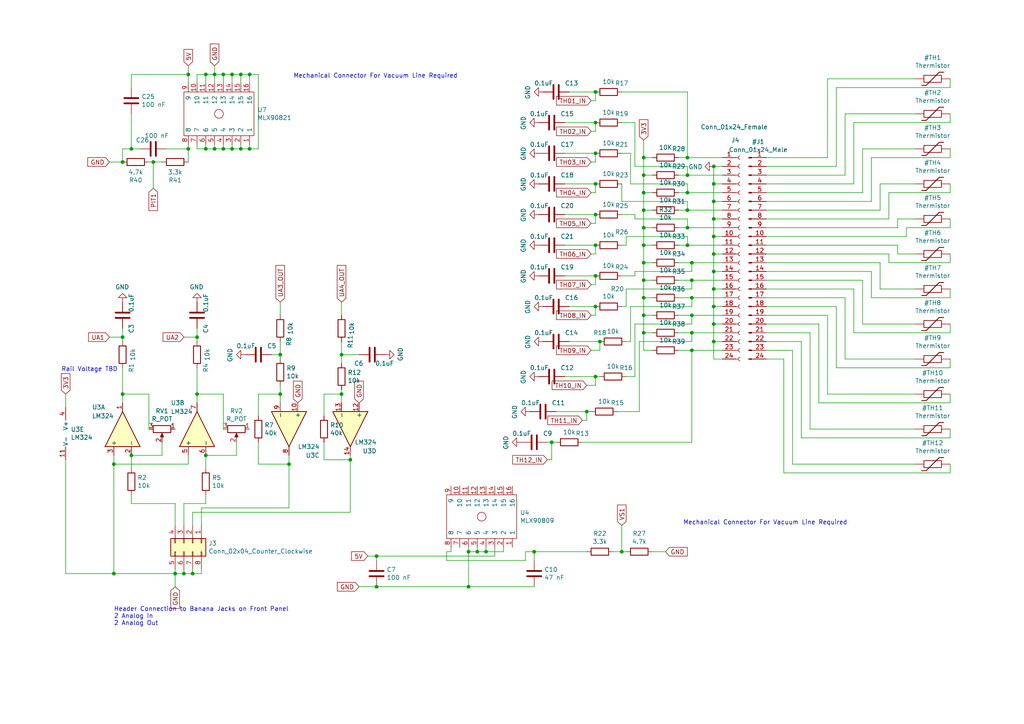
<source format=kicad_sch>
(kicad_sch (version 20211123) (generator eeschema)
  (paper "A4")
  (junction (at 83.82 134.62))
  (junction (at 207.01 73.66))
  (junction (at 200.66 101.6))
  (junction (at 186.69 60.96))
  (junction (at 199.39 60.96))
  (junction (at 69.85 43.18))
  (junction (at 33.02 166.37))
  (junction (at 59.69 21.59))
  (junction (at 199.39 55.88))
  (junction (at 64.77 43.18))
  (junction (at 207.01 93.98))
  (junction (at 207.01 99.06))
  (junction (at 62.23 21.59))
  (junction (at 35.56 114.3))
  (junction (at 57.15 97.79))
  (junction (at 186.69 45.72))
  (junction (at 53.34 166.37))
  (junction (at 186.69 86.36))
  (junction (at 154.94 160.02))
  (junction (at 186.69 91.44))
  (junction (at 38.1 132.08))
  (junction (at 186.69 55.88))
  (junction (at 35.56 46.99))
  (junction (at 44.45 46.99))
  (junction (at 173.99 99.06))
  (junction (at 69.85 21.59))
  (junction (at 59.69 132.08))
  (junction (at 207.01 88.9))
  (junction (at 200.66 91.44))
  (junction (at 172.72 26.67))
  (junction (at 180.34 160.02))
  (junction (at 59.69 43.18))
  (junction (at 186.69 50.8))
  (junction (at 72.39 43.18))
  (junction (at 186.69 81.28))
  (junction (at 207.01 58.42))
  (junction (at 207.01 78.74))
  (junction (at 67.31 43.18))
  (junction (at 160.02 128.27))
  (junction (at 81.28 114.3))
  (junction (at 186.69 71.12))
  (junction (at 207.01 48.26))
  (junction (at 172.72 71.12))
  (junction (at 200.66 86.36))
  (junction (at 172.72 62.23))
  (junction (at 140.97 160.02))
  (junction (at 99.06 102.87))
  (junction (at 186.69 66.04))
  (junction (at 101.6 133.35))
  (junction (at 207.01 63.5))
  (junction (at 109.22 161.29))
  (junction (at 33.02 134.62))
  (junction (at 35.56 97.79))
  (junction (at 109.22 170.18))
  (junction (at 64.77 21.59))
  (junction (at 186.69 96.52))
  (junction (at 199.39 71.12))
  (junction (at 81.28 102.87))
  (junction (at 200.66 76.2))
  (junction (at 186.69 76.2))
  (junction (at 172.72 80.01))
  (junction (at 172.72 44.45))
  (junction (at 207.01 83.82))
  (junction (at 55.88 166.37))
  (junction (at 200.66 96.52))
  (junction (at 138.43 160.02))
  (junction (at 57.15 114.3))
  (junction (at 67.31 21.59))
  (junction (at 50.8 166.37))
  (junction (at 172.72 35.56))
  (junction (at 172.72 109.22))
  (junction (at 199.39 66.04))
  (junction (at 135.89 160.02))
  (junction (at 172.72 53.34))
  (junction (at 72.39 21.59))
  (junction (at 54.61 21.59))
  (junction (at 62.23 43.18))
  (junction (at 172.72 88.9))
  (junction (at 54.61 43.18))
  (junction (at 207.01 53.34))
  (junction (at 38.1 43.18))
  (junction (at 135.89 170.18))
  (junction (at 99.06 114.3))
  (junction (at 170.18 119.38))
  (junction (at 199.39 45.72))
  (junction (at 207.01 68.58))
  (junction (at 200.66 81.28))
  (junction (at 199.39 50.8))
  (wire (pts (xy 255.27 83.82) (xy 255.27 76.2)))
  (wire (pts (xy 207.01 93.98) (xy 207.01 88.9)))
  (wire (pts (xy 146.05 160.02) (xy 146.05 158.75)))
  (wire (pts (xy 55.88 166.37) (xy 53.34 166.37)))
  (wire (pts (xy 158.75 133.35) (xy 160.02 133.35)))
  (wire (pts (xy 275.59 25.4) (xy 242.57 25.4)))
  (wire (pts (xy 64.77 114.3) (xy 57.15 114.3)))
  (wire (pts (xy 180.34 71.12) (xy 181.61 71.12)))
  (wire (pts (xy 186.69 55.88) (xy 186.69 50.8)))
  (wire (pts (xy 252.73 45.72) (xy 252.73 58.42)))
  (wire (pts (xy 138.43 158.75) (xy 138.43 160.02)))
  (wire (pts (xy 189.23 76.2) (xy 186.69 76.2)))
  (wire (pts (xy 207.01 73.66) (xy 207.01 68.58)))
  (wire (pts (xy 64.77 21.59) (xy 67.31 21.59)))
  (wire (pts (xy 180.34 80.01) (xy 184.15 80.01)))
  (wire (pts (xy 200.66 99.06) (xy 200.66 96.52)))
  (wire (pts (xy 35.56 114.3) (xy 35.56 106.68)))
  (wire (pts (xy 209.55 73.66) (xy 207.01 73.66)))
  (wire (pts (xy 262.89 68.58) (xy 222.25 68.58)))
  (wire (pts (xy 207.01 83.82) (xy 207.01 78.74)))
  (wire (pts (xy 59.69 21.59) (xy 62.23 21.59)))
  (wire (pts (xy 186.69 50.8) (xy 189.23 50.8)))
  (wire (pts (xy 200.66 128.27) (xy 200.66 101.6)))
  (wire (pts (xy 74.93 128.27) (xy 74.93 134.62)))
  (wire (pts (xy 180.34 152.4) (xy 180.34 160.02)))
  (wire (pts (xy 106.68 161.29) (xy 109.22 161.29)))
  (wire (pts (xy 209.55 68.58) (xy 207.01 68.58)))
  (wire (pts (xy 69.85 41.91) (xy 69.85 43.18)))
  (wire (pts (xy 184.15 62.23) (xy 184.15 63.5)))
  (wire (pts (xy 62.23 21.59) (xy 62.23 24.13)))
  (wire (pts (xy 200.66 88.9) (xy 200.66 86.36)))
  (wire (pts (xy 196.85 45.72) (xy 199.39 45.72)))
  (wire (pts (xy 181.61 68.58) (xy 181.61 71.12)))
  (wire (pts (xy 74.93 21.59) (xy 74.93 43.18)))
  (wire (pts (xy 43.18 114.3) (xy 35.56 114.3)))
  (wire (pts (xy 54.61 19.05) (xy 54.61 21.59)))
  (wire (pts (xy 58.42 152.4) (xy 58.42 147.32)))
  (wire (pts (xy 172.72 29.21) (xy 171.45 29.21)))
  (wire (pts (xy 171.45 64.77) (xy 172.72 64.77)))
  (wire (pts (xy 184.15 109.22) (xy 184.15 93.98)))
  (wire (pts (xy 168.91 128.27) (xy 200.66 128.27)))
  (wire (pts (xy 172.72 109.22) (xy 173.99 109.22)))
  (wire (pts (xy 163.83 71.12) (xy 172.72 71.12)))
  (wire (pts (xy 53.34 152.4) (xy 53.34 146.05)))
  (wire (pts (xy 59.69 24.13) (xy 59.69 21.59)))
  (wire (pts (xy 57.15 41.91) (xy 57.15 43.18)))
  (wire (pts (xy 57.15 95.25) (xy 57.15 97.79)))
  (wire (pts (xy 186.69 71.12) (xy 186.69 66.04)))
  (wire (pts (xy 247.65 96.52) (xy 275.59 96.52)))
  (wire (pts (xy 207.01 53.34) (xy 207.01 58.42)))
  (wire (pts (xy 189.23 55.88) (xy 186.69 55.88)))
  (wire (pts (xy 109.22 162.56) (xy 109.22 161.29)))
  (wire (pts (xy 186.69 86.36) (xy 186.69 91.44)))
  (wire (pts (xy 57.15 24.13) (xy 57.15 21.59)))
  (wire (pts (xy 38.1 25.4) (xy 38.1 21.59)))
  (wire (pts (xy 101.6 133.35) (xy 101.6 148.59)))
  (wire (pts (xy 186.69 45.72) (xy 189.23 45.72)))
  (wire (pts (xy 172.72 82.55) (xy 171.45 82.55)))
  (wire (pts (xy 38.1 132.08) (xy 46.99 132.08)))
  (wire (pts (xy 265.43 63.5) (xy 260.35 63.5)))
  (wire (pts (xy 245.11 33.02) (xy 245.11 50.8)))
  (wire (pts (xy 129.54 162.56) (xy 152.4 162.56)))
  (wire (pts (xy 207.01 58.42) (xy 209.55 58.42)))
  (wire (pts (xy 199.39 66.04) (xy 209.55 66.04)))
  (wire (pts (xy 138.43 160.02) (xy 140.97 160.02)))
  (wire (pts (xy 196.85 76.2) (xy 200.66 76.2)))
  (wire (pts (xy 165.1 88.9) (xy 172.72 88.9)))
  (wire (pts (xy 129.54 160.02) (xy 129.54 162.56)))
  (wire (pts (xy 50.8 146.05) (xy 38.1 146.05)))
  (wire (pts (xy 38.1 146.05) (xy 38.1 143.51)))
  (wire (pts (xy 200.66 76.2) (xy 209.55 76.2)))
  (wire (pts (xy 43.18 46.99) (xy 44.45 46.99)))
  (wire (pts (xy 161.29 119.38) (xy 170.18 119.38)))
  (wire (pts (xy 140.97 160.02) (xy 140.97 158.75)))
  (wire (pts (xy 207.01 53.34) (xy 209.55 53.34)))
  (wire (pts (xy 196.85 55.88) (xy 199.39 55.88)))
  (wire (pts (xy 247.65 83.82) (xy 247.65 96.52)))
  (wire (pts (xy 109.22 170.18) (xy 135.89 170.18)))
  (wire (pts (xy 135.89 160.02) (xy 138.43 160.02)))
  (wire (pts (xy 184.15 35.56) (xy 184.15 48.26)))
  (wire (pts (xy 275.59 43.18) (xy 275.59 45.72)))
  (wire (pts (xy 57.15 97.79) (xy 57.15 99.06)))
  (wire (pts (xy 189.23 60.96) (xy 186.69 60.96)))
  (wire (pts (xy 275.59 116.84) (xy 275.59 114.3)))
  (wire (pts (xy 245.11 50.8) (xy 222.25 50.8)))
  (wire (pts (xy 143.51 161.29) (xy 143.51 158.75)))
  (wire (pts (xy 38.1 135.89) (xy 38.1 132.08)))
  (wire (pts (xy 93.98 133.35) (xy 101.6 133.35)))
  (wire (pts (xy 189.23 66.04) (xy 186.69 66.04)))
  (wire (pts (xy 209.55 78.74) (xy 207.01 78.74)))
  (wire (pts (xy 275.59 22.86) (xy 275.59 25.4)))
  (wire (pts (xy 81.28 102.87) (xy 81.28 104.14)))
  (wire (pts (xy 184.15 63.5) (xy 199.39 63.5)))
  (wire (pts (xy 240.03 114.3) (xy 265.43 114.3)))
  (wire (pts (xy 33.02 134.62) (xy 54.61 134.62)))
  (wire (pts (xy 135.89 158.75) (xy 135.89 160.02)))
  (wire (pts (xy 207.01 68.58) (xy 207.01 63.5)))
  (wire (pts (xy 265.43 134.62) (xy 229.87 134.62)))
  (wire (pts (xy 207.01 99.06) (xy 207.01 93.98)))
  (wire (pts (xy 180.34 58.42) (xy 199.39 58.42)))
  (wire (pts (xy 232.41 127) (xy 232.41 99.06)))
  (wire (pts (xy 59.69 41.91) (xy 59.69 43.18)))
  (wire (pts (xy 50.8 166.37) (xy 50.8 170.18)))
  (wire (pts (xy 186.69 40.64) (xy 186.69 45.72)))
  (wire (pts (xy 182.88 88.9) (xy 200.66 88.9)))
  (wire (pts (xy 44.45 46.99) (xy 46.99 46.99)))
  (wire (pts (xy 181.61 68.58) (xy 199.39 68.58)))
  (wire (pts (xy 184.15 93.98) (xy 200.66 93.98)))
  (wire (pts (xy 227.33 137.16) (xy 227.33 104.14)))
  (wire (pts (xy 207.01 48.26) (xy 209.55 48.26)))
  (wire (pts (xy 275.59 124.46) (xy 275.59 127)))
  (wire (pts (xy 186.69 86.36) (xy 186.69 81.28)))
  (wire (pts (xy 180.34 35.56) (xy 184.15 35.56)))
  (wire (pts (xy 262.89 66.04) (xy 262.89 68.58)))
  (wire (pts (xy 171.45 73.66) (xy 172.72 73.66)))
  (wire (pts (xy 62.23 21.59) (xy 64.77 21.59)))
  (wire (pts (xy 62.23 21.59) (xy 62.23 19.05)))
  (wire (pts (xy 275.59 127) (xy 232.41 127)))
  (wire (pts (xy 196.85 81.28) (xy 200.66 81.28)))
  (wire (pts (xy 40.64 43.18) (xy 38.1 43.18)))
  (wire (pts (xy 196.85 60.96) (xy 199.39 60.96)))
  (wire (pts (xy 275.59 104.14) (xy 275.59 106.68)))
  (wire (pts (xy 199.39 55.88) (xy 209.55 55.88)))
  (wire (pts (xy 186.69 60.96) (xy 186.69 55.88)))
  (wire (pts (xy 200.66 96.52) (xy 209.55 96.52)))
  (wire (pts (xy 255.27 53.34) (xy 255.27 60.96)))
  (wire (pts (xy 222.25 73.66) (xy 257.81 73.66)))
  (wire (pts (xy 200.66 91.44) (xy 209.55 91.44)))
  (wire (pts (xy 240.03 22.86) (xy 265.43 22.86)))
  (wire (pts (xy 189.23 96.52) (xy 186.69 96.52)))
  (wire (pts (xy 172.72 35.56) (xy 172.72 38.1)))
  (wire (pts (xy 196.85 66.04) (xy 199.39 66.04)))
  (wire (pts (xy 54.61 134.62) (xy 54.61 132.08)))
  (wire (pts (xy 199.39 60.96) (xy 209.55 60.96)))
  (wire (pts (xy 275.59 35.56) (xy 275.59 33.02)))
  (wire (pts (xy 172.72 44.45) (xy 172.72 46.99)))
  (wire (pts (xy 275.59 63.5) (xy 275.59 66.04)))
  (wire (pts (xy 200.66 78.74) (xy 200.66 76.2)))
  (wire (pts (xy 196.85 71.12) (xy 199.39 71.12)))
  (wire (pts (xy 152.4 162.56) (xy 152.4 160.02)))
  (wire (pts (xy 199.39 71.12) (xy 209.55 71.12)))
  (wire (pts (xy 171.45 91.44) (xy 172.72 91.44)))
  (wire (pts (xy 186.69 81.28) (xy 186.69 76.2)))
  (wire (pts (xy 19.05 166.37) (xy 33.02 166.37)))
  (wire (pts (xy 35.56 95.25) (xy 35.56 97.79)))
  (wire (pts (xy 31.75 97.79) (xy 35.56 97.79)))
  (wire (pts (xy 69.85 43.18) (xy 72.39 43.18)))
  (wire (pts (xy 181.61 88.9) (xy 181.61 83.82)))
  (wire (pts (xy 158.75 128.27) (xy 160.02 128.27)))
  (wire (pts (xy 189.23 101.6) (xy 186.69 101.6)))
  (wire (pts (xy 180.34 160.02) (xy 177.8 160.02)))
  (wire (pts (xy 69.85 24.13) (xy 69.85 21.59)))
  (wire (pts (xy 67.31 21.59) (xy 69.85 21.59)))
  (wire (pts (xy 199.39 68.58) (xy 199.39 71.12)))
  (wire (pts (xy 163.83 80.01) (xy 172.72 80.01)))
  (wire (pts (xy 81.28 99.06) (xy 81.28 102.87)))
  (wire (pts (xy 180.34 88.9) (xy 181.61 88.9)))
  (wire (pts (xy 170.18 119.38) (xy 170.18 121.92)))
  (wire (pts (xy 163.83 44.45) (xy 172.72 44.45)))
  (wire (pts (xy 99.06 87.63) (xy 99.06 91.44)))
  (wire (pts (xy 53.34 165.1) (xy 53.34 166.37)))
  (wire (pts (xy 252.73 78.74) (xy 222.25 78.74)))
  (wire (pts (xy 207.01 63.5) (xy 207.01 58.42)))
  (wire (pts (xy 222.25 53.34) (xy 247.65 53.34)))
  (wire (pts (xy 199.39 53.34) (xy 199.39 55.88)))
  (wire (pts (xy 275.59 76.2) (xy 275.59 73.66)))
  (wire (pts (xy 222.25 71.12) (xy 260.35 71.12)))
  (wire (pts (xy 58.42 165.1) (xy 58.42 166.37)))
  (wire (pts (xy 275.59 55.88) (xy 275.59 53.34)))
  (wire (pts (xy 245.11 86.36) (xy 222.25 86.36)))
  (wire (pts (xy 172.72 109.22) (xy 172.72 111.76)))
  (wire (pts (xy 265.43 83.82) (xy 255.27 83.82)))
  (wire (pts (xy 242.57 48.26) (xy 222.25 48.26)))
  (wire (pts (xy 59.69 146.05) (xy 59.69 143.51)))
  (wire (pts (xy 189.23 91.44) (xy 186.69 91.44)))
  (wire (pts (xy 99.06 102.87) (xy 99.06 105.41)))
  (wire (pts (xy 200.66 83.82) (xy 200.66 81.28)))
  (wire (pts (xy 207.01 48.26) (xy 207.01 53.34)))
  (wire (pts (xy 19.05 133.35) (xy 19.05 166.37)))
  (wire (pts (xy 222.25 93.98) (xy 237.49 93.98)))
  (wire (pts (xy 74.93 43.18) (xy 72.39 43.18)))
  (wire (pts (xy 50.8 165.1) (xy 50.8 166.37)))
  (wire (pts (xy 83.82 134.62) (xy 83.82 147.32)))
  (wire (pts (xy 275.59 66.04) (xy 262.89 66.04)))
  (wire (pts (xy 38.1 43.18) (xy 35.56 43.18)))
  (wire (pts (xy 53.34 146.05) (xy 59.69 146.05)))
  (wire (pts (xy 181.61 160.02) (xy 180.34 160.02)))
  (wire (pts (xy 179.07 119.38) (xy 185.42 119.38)))
  (wire (pts (xy 38.1 33.02) (xy 38.1 43.18)))
  (wire (pts (xy 130.81 160.02) (xy 129.54 160.02)))
  (wire (pts (xy 74.93 134.62) (xy 83.82 134.62)))
  (wire (pts (xy 171.45 101.6) (xy 173.99 101.6)))
  (wire (pts (xy 199.39 58.42) (xy 199.39 60.96)))
  (wire (pts (xy 172.72 46.99) (xy 171.45 46.99)))
  (wire (pts (xy 184.15 80.01) (xy 184.15 78.74)))
  (wire (pts (xy 240.03 22.86) (xy 240.03 45.72)))
  (wire (pts (xy 67.31 41.91) (xy 67.31 43.18)))
  (wire (pts (xy 54.61 43.18) (xy 54.61 46.99)))
  (wire (pts (xy 257.81 76.2) (xy 275.59 76.2)))
  (wire (pts (xy 35.56 46.99) (xy 31.75 46.99)))
  (wire (pts (xy 207.01 104.14) (xy 207.01 99.06)))
  (wire (pts (xy 196.85 101.6) (xy 200.66 101.6)))
  (wire (pts (xy 58.42 166.37) (xy 55.88 166.37)))
  (wire (pts (xy 222.25 81.28) (xy 250.19 81.28)))
  (wire (pts (xy 163.83 62.23) (xy 172.72 62.23)))
  (wire (pts (xy 173.99 99.06) (xy 173.99 101.6)))
  (wire (pts (xy 180.34 26.67) (xy 199.39 26.67)))
  (wire (pts (xy 74.93 114.3) (xy 74.93 120.65)))
  (wire (pts (xy 59.69 132.08) (xy 68.58 132.08)))
  (wire (pts (xy 209.55 63.5) (xy 207.01 63.5)))
  (wire (pts (xy 81.28 102.87) (xy 78.74 102.87)))
  (wire (pts (xy 54.61 41.91) (xy 54.61 43.18)))
  (wire (pts (xy 62.23 41.91) (xy 62.23 43.18)))
  (wire (pts (xy 196.85 91.44) (xy 200.66 91.44)))
  (wire (pts (xy 182.88 44.45) (xy 182.88 53.34)))
  (wire (pts (xy 247.65 53.34) (xy 247.65 35.56)))
  (wire (pts (xy 260.35 73.66) (xy 265.43 73.66)))
  (wire (pts (xy 260.35 71.12) (xy 260.35 73.66)))
  (wire (pts (xy 209.55 88.9) (xy 207.01 88.9)))
  (wire (pts (xy 72.39 21.59) (xy 72.39 24.13)))
  (wire (pts (xy 163.83 35.56) (xy 172.72 35.56)))
  (wire (pts (xy 247.65 35.56) (xy 275.59 35.56)))
  (wire (pts (xy 229.87 134.62) (xy 229.87 101.6)))
  (wire (pts (xy 170.18 119.38) (xy 171.45 119.38)))
  (wire (pts (xy 245.11 33.02) (xy 265.43 33.02)))
  (wire (pts (xy 81.28 111.76) (xy 81.28 114.3)))
  (wire (pts (xy 265.43 104.14) (xy 245.11 104.14)))
  (wire (pts (xy 275.59 134.62) (xy 275.59 137.16)))
  (wire (pts (xy 199.39 48.26) (xy 199.39 50.8)))
  (wire (pts (xy 81.28 114.3) (xy 81.28 116.84)))
  (wire (pts (xy 163.83 109.22) (xy 172.72 109.22)))
  (wire (pts (xy 135.89 160.02) (xy 135.89 170.18)))
  (wire (pts (xy 99.06 114.3) (xy 93.98 114.3)))
  (wire (pts (xy 59.69 132.08) (xy 59.69 135.89)))
  (wire (pts (xy 165.1 99.06) (xy 173.99 99.06)))
  (wire (pts (xy 101.6 133.35) (xy 101.6 132.08)))
  (wire (pts (xy 222.25 63.5) (xy 257.81 63.5)))
  (wire (pts (xy 199.39 45.72) (xy 209.55 45.72)))
  (wire (pts (xy 54.61 21.59) (xy 54.61 24.13)))
  (wire (pts (xy 252.73 86.36) (xy 252.73 78.74)))
  (wire (pts (xy 185.42 99.06) (xy 200.66 99.06)))
  (wire (pts (xy 209.55 93.98) (xy 207.01 93.98)))
  (wire (pts (xy 181.61 99.06) (xy 182.88 99.06)))
  (wire (pts (xy 33.02 134.62) (xy 33.02 166.37)))
  (wire (pts (xy 135.89 170.18) (xy 154.94 170.18)))
  (wire (pts (xy 93.98 128.27) (xy 93.98 133.35)))
  (wire (pts (xy 200.66 81.28) (xy 209.55 81.28)))
  (wire (pts (xy 199.39 63.5) (xy 199.39 66.04)))
  (wire (pts (xy 189.23 160.02) (xy 193.04 160.02)))
  (wire (pts (xy 64.77 43.18) (xy 67.31 43.18)))
  (wire (pts (xy 255.27 60.96) (xy 222.25 60.96)))
  (wire (pts (xy 189.23 86.36) (xy 186.69 86.36)))
  (wire (pts (xy 81.28 114.3) (xy 74.93 114.3)))
  (wire (pts (xy 222.25 83.82) (xy 247.65 83.82)))
  (wire (pts (xy 255.27 76.2) (xy 222.25 76.2)))
  (wire (pts (xy 50.8 152.4) (xy 50.8 146.05)))
  (wire (pts (xy 196.85 50.8) (xy 199.39 50.8)))
  (wire (pts (xy 38.1 21.59) (xy 54.61 21.59)))
  (wire (pts (xy 275.59 45.72) (xy 252.73 45.72)))
  (wire (pts (xy 57.15 116.84) (xy 57.15 114.3)))
  (wire (pts (xy 172.72 55.88) (xy 171.45 55.88)))
  (wire (pts (xy 234.95 96.52) (xy 222.25 96.52)))
  (wire (pts (xy 250.19 55.88) (xy 222.25 55.88)))
  (wire (pts (xy 200.66 101.6) (xy 209.55 101.6)))
  (wire (pts (xy 140.97 160.02) (xy 146.05 160.02)))
  (wire (pts (xy 257.81 63.5) (xy 257.81 55.88)))
  (wire (pts (xy 255.27 53.34) (xy 265.43 53.34)))
  (wire (pts (xy 172.72 91.44) (xy 172.72 88.9)))
  (wire (pts (xy 186.69 66.04) (xy 186.69 60.96)))
  (wire (pts (xy 64.77 24.13) (xy 64.77 21.59)))
  (wire (pts (xy 67.31 24.13) (xy 67.31 21.59)))
  (wire (pts (xy 265.43 124.46) (xy 234.95 124.46)))
  (wire (pts (xy 99.06 102.87) (xy 104.14 102.87)))
  (wire (pts (xy 181.61 109.22) (xy 184.15 109.22)))
  (wire (pts (xy 184.15 78.74) (xy 200.66 78.74)))
  (wire (pts (xy 275.59 137.16) (xy 227.33 137.16)))
  (wire (pts (xy 229.87 101.6) (xy 222.25 101.6)))
  (wire (pts (xy 57.15 43.18) (xy 59.69 43.18)))
  (wire (pts (xy 172.72 64.77) (xy 172.72 62.23)))
  (wire (pts (xy 130.81 158.75) (xy 130.81 160.02)))
  (wire (pts (xy 53.34 97.79) (xy 57.15 97.79)))
  (wire (pts (xy 189.23 81.28) (xy 186.69 81.28)))
  (wire (pts (xy 234.95 124.46) (xy 234.95 96.52)))
  (wire (pts (xy 43.18 114.3) (xy 43.18 124.46)))
  (wire (pts (xy 55.88 148.59) (xy 101.6 148.59)))
  (wire (pts (xy 199.39 26.67) (xy 199.39 45.72)))
  (wire (pts (xy 186.69 45.72) (xy 186.69 50.8)))
  (wire (pts (xy 68.58 132.08) (xy 68.58 128.27)))
  (wire (pts (xy 58.42 147.32) (xy 83.82 147.32)))
  (wire (pts (xy 189.23 71.12) (xy 186.69 71.12)))
  (wire (pts (xy 200.66 86.36) (xy 209.55 86.36)))
  (wire (pts (xy 196.85 96.52) (xy 200.66 96.52)))
  (wire (pts (xy 172.72 80.01) (xy 172.72 82.55)))
  (wire (pts (xy 64.77 41.91) (xy 64.77 43.18)))
  (wire (pts (xy 57.15 21.59) (xy 59.69 21.59)))
  (wire (pts (xy 250.19 93.98) (xy 265.43 93.98)))
  (wire (pts (xy 186.69 96.52) (xy 186.69 91.44)))
  (wire (pts (xy 83.82 132.08) (xy 83.82 134.62)))
  (wire (pts (xy 99.06 114.3) (xy 99.06 116.84)))
  (wire (pts (xy 172.72 38.1) (xy 171.45 38.1)))
  (wire (pts (xy 245.11 104.14) (xy 245.11 86.36)))
  (wire (pts (xy 170.18 121.92) (xy 168.91 121.92)))
  (wire (pts (xy 67.31 43.18) (xy 69.85 43.18)))
  (wire (pts (xy 172.72 71.12) (xy 172.72 73.66)))
  (wire (pts (xy 93.98 114.3) (xy 93.98 120.65)))
  (wire (pts (xy 172.72 55.88) (xy 172.72 53.34)))
  (wire (pts (xy 185.42 119.38) (xy 185.42 99.06)))
  (wire (pts (xy 250.19 81.28) (xy 250.19 93.98)))
  (wire (pts (xy 275.59 106.68) (xy 242.57 106.68)))
  (wire (pts (xy 182.88 53.34) (xy 199.39 53.34)))
  (wire (pts (xy 35.56 116.84) (xy 35.56 114.3)))
  (wire (pts (xy 260.35 66.04) (xy 222.25 66.04)))
  (wire (pts (xy 109.22 161.29) (xy 143.51 161.29)))
  (wire (pts (xy 180.34 62.23) (xy 184.15 62.23)))
  (wire (pts (xy 59.69 43.18) (xy 62.23 43.18)))
  (wire (pts (xy 81.28 87.63) (xy 81.28 91.44)))
  (wire (pts (xy 196.85 86.36) (xy 200.66 86.36)))
  (wire (pts (xy 250.19 43.18) (xy 250.19 55.88)))
  (wire (pts (xy 154.94 162.56) (xy 154.94 160.02)))
  (wire (pts (xy 44.45 54.61) (xy 44.45 46.99)))
  (wire (pts (xy 180.34 44.45) (xy 182.88 44.45)))
  (wire (pts (xy 200.66 93.98) (xy 200.66 91.44)))
  (wire (pts (xy 53.34 166.37) (xy 50.8 166.37)))
  (wire (pts (xy 207.01 78.74) (xy 207.01 73.66)))
  (wire (pts (xy 242.57 25.4) (xy 242.57 48.26)))
  (wire (pts (xy 109.22 170.18) (xy 104.14 170.18)))
  (wire (pts (xy 55.88 148.59) (xy 55.88 152.4)))
  (wire (pts (xy 186.69 76.2) (xy 186.69 71.12)))
  (wire (pts (xy 209.55 99.06) (xy 207.01 99.06)))
  (wire (pts (xy 19.05 114.3) (xy 19.05 118.11)))
  (wire (pts (xy 237.49 93.98) (xy 237.49 116.84)))
  (wire (pts (xy 275.59 86.36) (xy 252.73 86.36)))
  (wire (pts (xy 163.83 53.34) (xy 172.72 53.34)))
  (wire (pts (xy 170.18 111.76) (xy 172.72 111.76)))
  (wire (pts (xy 62.23 43.18) (xy 64.77 43.18)))
  (wire (pts (xy 227.33 104.14) (xy 222.25 104.14)))
  (wire (pts (xy 172.72 26.67) (xy 172.72 29.21)))
  (wire (pts (xy 275.59 83.82) (xy 275.59 86.36)))
  (wire (pts (xy 260.35 63.5) (xy 260.35 66.04)))
  (wire (pts (xy 33.02 132.08) (xy 33.02 134.62)))
  (wire (pts (xy 55.88 165.1) (xy 55.88 166.37)))
  (wire (pts (xy 181.61 83.82) (xy 200.66 83.82)))
  (wire (pts (xy 180.34 53.34) (xy 180.34 58.42)))
  (wire (pts (xy 186.69 101.6) (xy 186.69 96.52)))
  (wire (pts (xy 33.02 166.37) (xy 50.8 166.37)))
  (wire (pts (xy 160.02 128.27) (xy 161.29 128.27)))
  (wire (pts (xy 209.55 83.82) (xy 207.01 83.82)))
  (wire (pts (xy 72.39 43.18) (xy 72.39 41.91)))
  (wire (pts (xy 209.55 104.14) (xy 207.01 104.14)))
  (wire (pts (xy 69.85 21.59) (xy 72.39 21.59)))
  (wire (pts (xy 242.57 88.9) (xy 222.25 88.9)))
  (wire (pts (xy 242.57 106.68) (xy 242.57 88.9)))
  (wire (pts (xy 237.49 116.84) (xy 275.59 116.84)))
  (wire (pts (xy 46.99 132.08) (xy 46.99 128.27)))
  (wire (pts (xy 160.02 133.35) (xy 160.02 128.27)))
  (wire (pts (xy 257.81 73.66) (xy 257.81 76.2)))
  (wire (pts (xy 250.19 43.18) (xy 265.43 43.18)))
  (wire (pts (xy 207.01 88.9) (xy 207.01 83.82)))
  (wire (pts (xy 48.26 43.18) (xy 54.61 43.18)))
  (wire (pts (xy 184.15 48.26) (xy 199.39 48.26)))
  (wire (pts (xy 222.25 91.44) (xy 240.03 91.44)))
  (wire (pts (xy 199.39 50.8) (xy 209.55 50.8)))
  (wire (pts (xy 240.03 45.72) (xy 222.25 45.72)))
  (wire (pts (xy 72.39 21.59) (xy 74.93 21.59)))
  (wire (pts (xy 35.56 43.18) (xy 35.56 46.99)))
  (wire (pts (xy 252.73 58.42) (xy 222.25 58.42)))
  (wire (pts (xy 99.06 102.87) (xy 99.06 99.06)))
  (wire (pts (xy 99.06 113.03) (xy 99.06 114.3)))
  (wire (pts (xy 154.94 160.02) (xy 170.18 160.02)))
  (wire (pts (xy 275.59 96.52) (xy 275.59 93.98)))
  (wire (pts (xy 240.03 91.44) (xy 240.03 114.3)))
  (wire (pts (xy 257.81 55.88) (xy 275.59 55.88)))
  (wire (pts (xy 182.88 99.06) (xy 182.88 88.9)))
  (wire (pts (xy 35.56 97.79) (xy 35.56 99.06)))
  (wire (pts (xy 57.15 114.3) (xy 57.15 106.68)))
  (wire (pts (xy 64.77 114.3) (xy 64.77 124.46)))
  (wire (pts (xy 152.4 160.02) (xy 154.94 160.02)))
  (wire (pts (xy 232.41 99.06) (xy 222.25 99.06)))
  (wire (pts (xy 165.1 26.67) (xy 172.72 26.67)))
  (text "Mechanical Connector For Vacuum Line Required" (at 85.09 22.86 0) (effects (font (size 1.27 1.27)) (justify left bottom)))
  (text "Rail Voltage TBD\n" (at 17.78 107.95 0) (effects (font (size 1.27 1.27)) (justify left bottom)))
  (text "Header Connection to Banana Jacks on Front Panel\n2 Analog In\n2 Analog Out" (at 33.02 181.61 0) (effects (font (size 1.27 1.27)) (justify left bottom)))
  (text "Mechanical Connector For Vacuum Line Required" (at 198.12 152.4 0) (effects (font (size 1.27 1.27)) (justify left bottom)))
  (global_label "GND" (shape input) (at 104.14 170.18 180) (property "Intersheet References" "${INTERSHEET_REFS}" (effects hide)))
  (global_label "TH05_IN" (shape input) (at 171.45 64.77 180) (property "Intersheet References" "${INTERSHEET_REFS}" (effects hide)))
  (global_label "PIT1" (shape input) (at 44.45 54.61 270) (property "Intersheet References" "${INTERSHEET_REFS}" (effects hide)))
  (global_label "3V3" (shape input) (at 19.05 114.3 90) (property "Intersheet References" "${INTERSHEET_REFS}" (effects hide)))
  (global_label "UA3_OUT" (shape input) (at 81.28 87.63 90) (property "Intersheet References" "${INTERSHEET_REFS}" (effects hide)))
  (global_label "TH09_IN" (shape input) (at 171.45 101.6 180) (property "Intersheet References" "${INTERSHEET_REFS}" (effects hide)))
  (global_label "VS1" (shape input) (at 180.34 152.4 90) (property "Intersheet References" "${INTERSHEET_REFS}" (effects hide)))
  (global_label "TH01_IN" (shape input) (at 171.45 29.21 180) (property "Intersheet References" "${INTERSHEET_REFS}" (effects hide)))
  (global_label "TH07_IN" (shape input) (at 171.45 82.55 180) (property "Intersheet References" "${INTERSHEET_REFS}" (effects hide)))
  (global_label "GND" (shape input) (at 31.75 46.99 180) (property "Intersheet References" "${INTERSHEET_REFS}" (effects hide)))
  (global_label "TH11_IN" (shape input) (at 168.91 121.92 180) (property "Intersheet References" "${INTERSHEET_REFS}" (effects hide)))
  (global_label "TH04_IN" (shape input) (at 171.45 55.88 180) (property "Intersheet References" "${INTERSHEET_REFS}" (effects hide)))
  (global_label "GND" (shape input) (at 193.04 160.02 0) (property "Intersheet References" "${INTERSHEET_REFS}" (effects hide)))
  (global_label "UA1" (shape input) (at 31.75 97.79 180) (property "Intersheet References" "${INTERSHEET_REFS}" (effects hide)))
  (global_label "3V3" (shape input) (at 186.69 40.64 90) (property "Intersheet References" "${INTERSHEET_REFS}" (effects hide)))
  (global_label "TH08_IN" (shape input) (at 171.45 91.44 180) (property "Intersheet References" "${INTERSHEET_REFS}" (effects hide)))
  (global_label "GND" (shape input) (at 104.14 116.84 90) (property "Intersheet References" "${INTERSHEET_REFS}" (effects hide)))
  (global_label "TH12_IN" (shape input) (at 158.75 133.35 180) (property "Intersheet References" "${INTERSHEET_REFS}" (effects hide)))
  (global_label "TH10_IN" (shape input) (at 170.18 111.76 180) (property "Intersheet References" "${INTERSHEET_REFS}" (effects hide)))
  (global_label "TH06_IN" (shape input) (at 171.45 73.66 180) (property "Intersheet References" "${INTERSHEET_REFS}" (effects hide)))
  (global_label "UA4_OUT" (shape input) (at 99.06 87.63 90) (property "Intersheet References" "${INTERSHEET_REFS}" (effects hide)))
  (global_label "5V" (shape input) (at 106.68 161.29 180) (property "Intersheet References" "${INTERSHEET_REFS}" (effects hide)))
  (global_label "GND" (shape input) (at 86.36 116.84 90) (property "Intersheet References" "${INTERSHEET_REFS}" (effects hide)))
  (global_label "GND" (shape input) (at 50.8 170.18 270) (property "Intersheet References" "${INTERSHEET_REFS}" (effects hide)))
  (global_label "TH03_IN" (shape input) (at 171.45 46.99 180) (property "Intersheet References" "${INTERSHEET_REFS}" (effects hide)))
  (global_label "GND" (shape input) (at 62.23 19.05 90) (property "Intersheet References" "${INTERSHEET_REFS}" (effects hide)))
  (global_label "5V" (shape input) (at 54.61 19.05 90) (property "Intersheet References" "${INTERSHEET_REFS}" (effects hide)))
  (global_label "TH02_IN" (shape input) (at 171.45 38.1 180) (property "Intersheet References" "${INTERSHEET_REFS}" (effects hide)))
  (global_label "UA2" (shape input) (at 53.34 97.79 180) (property "Intersheet References" "${INTERSHEET_REFS}" (effects hide)))
  (symbol (lib_id "Device:Thermistor") (at 270.51 22.86 270) (unit 1)
    (property "Reference" "#TH1" (at 270.51 16.7132 90))
    (property "Value" "Thermistor" (at 270.51 19.0246 90))
  )
  (symbol (lib_id "Device:Thermistor") (at 270.51 33.02 270) (unit 1)
    (property "Reference" "#TH2" (at 270.51 26.8732 90))
    (property "Value" "Thermistor" (at 270.51 29.1846 90))
  )
  (symbol (lib_id "Device:Thermistor") (at 270.51 43.18 270) (unit 1)
    (property "Reference" "#TH3" (at 270.51 37.0332 90))
    (property "Value" "Thermistor" (at 270.51 39.3446 90))
  )
  (symbol (lib_id "Device:Thermistor") (at 270.51 53.34 270) (unit 1)
    (property "Reference" "#TH4" (at 270.51 47.1932 90))
    (property "Value" "Thermistor" (at 270.51 49.5046 90))
  )
  (symbol (lib_id "Device:Thermistor") (at 270.51 63.5 270) (unit 1)
    (property "Reference" "#TH5" (at 270.51 57.3532 90))
    (property "Value" "Thermistor" (at 270.51 59.6646 90))
  )
  (symbol (lib_id "Device:Thermistor") (at 270.51 73.66 270) (unit 1)
    (property "Reference" "#TH6" (at 270.51 67.5132 90))
    (property "Value" "Thermistor" (at 270.51 69.8246 90))
  )
  (symbol (lib_id "Device:Thermistor") (at 270.51 83.82 270) (unit 1)
    (property "Reference" "#TH7" (at 270.51 77.6732 90))
    (property "Value" "Thermistor" (at 270.51 79.9846 90))
  )
  (symbol (lib_id "Device:Thermistor") (at 270.51 93.98 270) (unit 1)
    (property "Reference" "#TH8" (at 270.51 87.8332 90))
    (property "Value" "Thermistor" (at 270.51 90.1446 90))
  )
  (symbol (lib_id "Device:Thermistor") (at 270.51 104.14 270) (unit 1)
    (property "Reference" "#TH9" (at 270.51 97.9932 90))
    (property "Value" "Thermistor" (at 270.51 100.3046 90))
  )
  (symbol (lib_id "Device:Thermistor") (at 270.51 114.3 270) (unit 1)
    (property "Reference" "#TH10" (at 270.51 108.1532 90))
    (property "Value" "Thermistor" (at 270.51 110.4646 90))
  )
  (symbol (lib_id "Device:Thermistor") (at 270.51 124.46 270) (unit 1)
    (property "Reference" "#TH11" (at 270.51 118.3132 90))
    (property "Value" "Thermistor" (at 270.51 120.6246 90))
  )
  (symbol (lib_id "Device:Thermistor") (at 270.51 134.62 270) (unit 1)
    (property "Reference" "#TH12" (at 270.51 128.4732 90))
    (property "Value" "Thermistor" (at 270.51 130.7846 90))
  )
  (symbol (lib_id "Connector:Conn_01x24_Male") (at 217.17 73.66 0) (unit 1)
    (property "Reference" "#J1" (at 219.9132 41.1226 0))
    (property "Value" "Conn_01x24_Male" (at 219.9132 43.434 0))
  )
  (symbol (lib_id "Device:R") (at 193.04 45.72 270) (unit 1)
    (property "Reference" "R28" (at 196.85 43.18 90))
    (property "Value" "10K" (at 193.04 42.7736 90))
    (property "Footprint" "Resistor_SMD:R_0603_1608Metric" (effects hide))
  )
  (symbol (lib_id "power:GND") (at 207.01 48.26 270) (unit 1)
    (property "Reference" "#PWR017" (effects hide))
    (property "Value" "GND" (at 203.7588 48.387 90) (effects (justify right)))
  )
  (symbol (lib_id "Connector:Conn_01x24_Female") (at 214.63 73.66 0) (unit 1)
    (property "Reference" "J4" (at 212.09 40.64 0) (effects (justify left)))
    (property "Value" "Conn_01x24_Female" (at 203.2 36.83 0) (effects (justify left)))
    (property "Footprint" "Connector_PinSocket_2.54mm:PinSocket_2x12_P2.54mm_Vertical" (effects hide))
  )
  (symbol (lib_id "Device:R") (at 193.04 50.8 270) (unit 1)
    (property "Reference" "R29" (at 196.85 48.26 90))
    (property "Value" "10k" (at 193.04 47.8536 90))
    (property "Footprint" "Resistor_SMD:R_0603_1608Metric" (effects hide))
  )
  (symbol (lib_id "Device:R") (at 193.04 55.88 270) (unit 1)
    (property "Reference" "R30" (at 196.85 53.34 90))
    (property "Value" "10k" (at 193.04 52.9336 90))
    (property "Footprint" "Resistor_SMD:R_0603_1608Metric" (effects hide))
  )
  (symbol (lib_id "Device:R") (at 193.04 60.96 270) (unit 1)
    (property "Reference" "R31" (at 196.85 58.42 90))
    (property "Value" "10k" (at 193.04 58.0136 90))
    (property "Footprint" "Resistor_SMD:R_0603_1608Metric" (effects hide))
  )
  (symbol (lib_id "Device:R") (at 193.04 66.04 270) (unit 1)
    (property "Reference" "R32" (at 193.04 60.7822 90))
    (property "Value" "10k" (at 193.04 63.0936 90))
    (property "Footprint" "Resistor_SMD:R_0603_1608Metric" (effects hide))
  )
  (symbol (lib_id "Device:R") (at 193.04 71.12 270) (unit 1)
    (property "Reference" "R33" (at 196.85 68.58 90))
    (property "Value" "10k" (at 193.04 68.1736 90))
    (property "Footprint" "Resistor_SMD:R_0603_1608Metric" (effects hide))
  )
  (symbol (lib_id "Device:R") (at 193.04 76.2 270) (unit 1)
    (property "Reference" "R34" (at 196.85 73.66 90))
    (property "Value" "10k" (at 193.04 73.2536 90))
    (property "Footprint" "Resistor_SMD:R_0603_1608Metric" (effects hide))
  )
  (symbol (lib_id "Device:R") (at 193.04 81.28 270) (unit 1)
    (property "Reference" "R35" (at 196.85 78.74 90))
    (property "Value" "10k" (at 193.04 78.3336 90))
    (property "Footprint" "Resistor_SMD:R_0603_1608Metric" (effects hide))
  )
  (symbol (lib_id "Device:R") (at 193.04 86.36 270) (unit 1)
    (property "Reference" "R36" (at 196.85 83.82 90))
    (property "Value" "10k" (at 193.04 83.4136 90))
    (property "Footprint" "Resistor_SMD:R_0603_1608Metric" (effects hide))
  )
  (symbol (lib_id "Device:R") (at 193.04 91.44 270) (unit 1)
    (property "Reference" "R37" (at 196.85 88.9 90))
    (property "Value" "10k" (at 193.04 88.4936 90))
    (property "Footprint" "Resistor_SMD:R_0603_1608Metric" (effects hide))
  )
  (symbol (lib_id "Device:R") (at 193.04 96.52 270) (unit 1)
    (property "Reference" "R38" (at 196.85 93.98 90))
    (property "Value" "10k" (at 193.04 93.5736 90))
    (property "Footprint" "Resistor_SMD:R_0603_1608Metric" (effects hide))
  )
  (symbol (lib_id "Device:R") (at 193.04 101.6 270) (unit 1)
    (property "Reference" "R39" (at 196.85 99.06 90))
    (property "Value" "10k" (at 193.04 98.6536 90))
    (property "Footprint" "Resistor_SMD:R_0603_1608Metric" (effects hide))
  )
  (symbol (lib_id "Connector_Generic:Conn_02x04_Counter_Clockwise") (at 55.88 157.48 270) (unit 1)
    (property "Reference" "J3" (at 60.452 157.5816 90) (effects (justify left)))
    (property "Value" "Conn_02x04_Counter_Clockwise" (at 60.452 159.893 90) (effects (justify left)))
    (property "Footprint" "OCE_L:PinHeader_2x04_P2.54mm_Vertical_Lin" (effects hide))
  )
  (symbol (lib_id "Amplifier_Operational:LM324") (at 35.56 124.46 90) (unit 1)
    (property "Reference" "U3" (at 26.67 118.11 90) (effects (justify right)))
    (property "Value" "LM324" (at 26.67 120.65 90) (effects (justify right)))
    (property "Footprint" "Package_DIP:DIP-14_W10.16mm" (effects hide))
    (property "Datasheet" "http://www.ti.com/lit/ds/symlink/lm2902-n.pdf" (effects hide))
  )
  (symbol (lib_id "Amplifier_Operational:LM324") (at 57.15 124.46 90) (unit 2)
    (property "Reference" "U3" (at 49.53 116.84 90) (effects (justify right)))
    (property "Value" "LM324" (at 49.53 119.38 90) (effects (justify right)))
    (property "Footprint" "Package_DIP:DIP-14_W10.16mm" (effects hide))
    (property "Datasheet" "http://www.ti.com/lit/ds/symlink/lm2902-n.pdf" (effects hide))
  )
  (symbol (lib_id "Amplifier_Operational:LM324") (at 83.82 124.46 270) (unit 3)
    (property "Reference" "U3" (at 92.71 132.08 90) (effects (justify right)))
    (property "Value" "LM324" (at 92.71 129.54 90) (effects (justify right)))
    (property "Footprint" "Package_DIP:DIP-14_W10.16mm" (effects hide))
    (property "Datasheet" "http://www.ti.com/lit/ds/symlink/lm2902-n.pdf" (effects hide))
  )
  (symbol (lib_id "Amplifier_Operational:LM324") (at 101.6 124.46 270) (unit 4)
    (property "Reference" "U3" (at 109.22 130.81 90) (effects (justify right)))
    (property "Value" "LM324" (at 109.22 128.27 90) (effects (justify right)))
    (property "Footprint" "Package_DIP:DIP-14_W10.16mm" (effects hide))
    (property "Datasheet" "http://www.ti.com/lit/ds/symlink/lm2902-n.pdf" (effects hide))
  )
  (symbol (lib_id "Amplifier_Operational:LM324") (at 21.59 125.73 0) (unit 5)
    (property "Reference" "U3" (at 20.5232 124.5616 0) (effects (justify left)))
    (property "Value" "LM324" (at 20.5232 126.873 0) (effects (justify left)))
    (property "Footprint" "Package_DIP:DIP-14_W10.16mm" (effects hide))
    (property "Datasheet" "http://www.ti.com/lit/ds/symlink/lm2902-n.pdf" (effects hide))
  )
  (symbol (lib_id "Device:R") (at 173.99 160.02 270) (unit 1)
    (property "Reference" "R22" (at 173.99 154.7622 90))
    (property "Value" "3.3k" (at 173.99 157.0736 90))
    (property "Footprint" "Resistor_SMD:R_0805_2012Metric" (effects hide))
  )
  (symbol (lib_id "Device:R") (at 185.42 160.02 270) (unit 1)
    (property "Reference" "R27" (at 185.42 154.7622 90))
    (property "Value" "4.7k" (at 185.42 157.0736 90))
    (property "Footprint" "Resistor_SMD:R_0805_2012Metric" (effects hide))
  )
  (symbol (lib_id "Device:R") (at 176.53 71.12 270) (unit 1)
    (property "Reference" "R26" (at 180.34 67.31 90))
    (property "Value" "10k" (at 176.53 68.1736 90))
    (property "Footprint" "Resistor_SMD:R_0603_1608Metric" (effects hide))
  )
  (symbol (lib_id "Device:C") (at 160.02 71.12 270) (unit 1)
    (property "Reference" "C21" (at 162.56 68.58 90) (effects (justify left)))
    (property "Value" "0.1uF" (at 153.67 68.58 90) (effects (justify left)))
    (property "Footprint" "Capacitor_SMD:C_0805_2012Metric" (effects hide))
  )
  (symbol (lib_id "power:GND") (at 156.21 71.12 270) (unit 1)
    (property "Reference" "#PWR016" (effects hide))
    (property "Value" "GND" (at 151.8158 71.247 0))
  )
  (symbol (lib_id "Device:R") (at 176.53 62.23 270) (unit 1)
    (property "Reference" "R25" (at 180.34 59.69 90))
    (property "Value" "10k" (at 176.53 59.2836 90))
    (property "Footprint" "Resistor_SMD:R_0603_1608Metric" (effects hide))
  )
  (symbol (lib_id "Device:C") (at 160.02 62.23 270) (unit 1)
    (property "Reference" "C20" (at 162.56 59.69 90) (effects (justify left)))
    (property "Value" "0.1uF" (at 153.67 59.69 90) (effects (justify left)))
    (property "Footprint" "Capacitor_SMD:C_0805_2012Metric" (effects hide))
  )
  (symbol (lib_id "power:GND") (at 156.21 62.23 270) (unit 1)
    (property "Reference" "#PWR015" (effects hide))
    (property "Value" "GND" (at 151.8158 62.357 0))
  )
  (symbol (lib_id "Device:R") (at 38.1 139.7 0) (unit 1)
    (property "Reference" "R2" (at 39.878 138.5316 0) (effects (justify left)))
    (property "Value" "10k" (at 39.878 140.843 0) (effects (justify left)))
    (property "Footprint" "Resistor_SMD:R_0603_1608Metric" (effects hide))
  )
  (symbol (lib_id "Device:R") (at 176.53 53.34 270) (unit 1)
    (property "Reference" "R23" (at 180.34 50.8 90))
    (property "Value" "10k" (at 176.53 50.3936 90))
    (property "Footprint" "Resistor_SMD:R_0603_1608Metric" (effects hide))
  )
  (symbol (lib_id "Device:C") (at 160.02 53.34 270) (unit 1)
    (property "Reference" "C18" (at 162.56 50.8 90) (effects (justify left)))
    (property "Value" "0.1uF" (at 153.67 50.8 90) (effects (justify left)))
    (property "Footprint" "Capacitor_SMD:C_0805_2012Metric" (effects hide))
  )
  (symbol (lib_id "power:GND") (at 156.21 53.34 270) (unit 1)
    (property "Reference" "#PWR013" (effects hide))
    (property "Value" "GND" (at 151.8158 53.467 0))
  )
  (symbol (lib_id "Device:R") (at 176.53 44.45 270) (unit 1)
    (property "Reference" "R21" (at 180.34 41.91 90))
    (property "Value" "10k" (at 176.53 41.5036 90))
    (property "Footprint" "Resistor_SMD:R_0603_1608Metric" (effects hide))
  )
  (symbol (lib_id "Device:C") (at 160.02 44.45 270) (unit 1)
    (property "Reference" "C17" (at 162.56 41.91 90) (effects (justify left)))
    (property "Value" "0.1uF" (at 153.67 41.91 90) (effects (justify left)))
    (property "Footprint" "Capacitor_SMD:C_0805_2012Metric" (effects hide))
  )
  (symbol (lib_id "power:GND") (at 156.21 44.45 270) (unit 1)
    (property "Reference" "#PWR012" (effects hide))
    (property "Value" "GND" (at 151.8158 44.577 0))
  )
  (symbol (lib_id "Device:R") (at 176.53 35.56 270) (unit 1)
    (property "Reference" "R19" (at 180.34 33.02 90))
    (property "Value" "10k" (at 176.53 32.6136 90))
    (property "Footprint" "Resistor_SMD:R_0603_1608Metric" (effects hide))
  )
  (symbol (lib_id "Device:C") (at 160.02 35.56 270) (unit 1)
    (property "Reference" "C15" (at 162.56 33.02 90) (effects (justify left)))
    (property "Value" "0.1uF" (at 153.67 33.02 90) (effects (justify left)))
    (property "Footprint" "Capacitor_SMD:C_0805_2012Metric" (effects hide))
  )
  (symbol (lib_id "power:GND") (at 156.21 35.56 270) (unit 1)
    (property "Reference" "#PWR010" (effects hide))
    (property "Value" "GND" (at 151.8158 35.687 0))
  )
  (symbol (lib_id "Device:R") (at 176.53 26.67 270) (unit 1)
    (property "Reference" "R17" (at 180.34 24.13 90))
    (property "Value" "10k" (at 176.53 23.7236 90))
    (property "Footprint" "Resistor_SMD:R_0603_1608Metric" (effects hide))
  )
  (symbol (lib_id "Device:C") (at 161.29 26.67 270) (unit 1)
    (property "Reference" "C13" (at 163.83 24.13 90) (effects (justify left)))
    (property "Value" "0.1uF" (at 154.94 24.13 90) (effects (justify left)))
    (property "Footprint" "Capacitor_SMD:C_0805_2012Metric" (effects hide))
  )
  (symbol (lib_id "power:GND") (at 157.48 26.67 270) (unit 1)
    (property "Reference" "#PWR08" (effects hide))
    (property "Value" "GND" (at 153.0858 26.797 0))
  )
  (symbol (lib_id "Device:R") (at 176.53 80.01 270) (unit 1)
    (property "Reference" "R24" (at 180.34 77.47 90))
    (property "Value" "10k" (at 176.53 77.0636 90))
    (property "Footprint" "Resistor_SMD:R_0603_1608Metric" (effects hide))
  )
  (symbol (lib_id "Device:C") (at 160.02 80.01 270) (unit 1)
    (property "Reference" "C19" (at 162.56 77.47 90) (effects (justify left)))
    (property "Value" "0.1uF" (at 153.67 77.47 90) (effects (justify left)))
    (property "Footprint" "Capacitor_SMD:C_0805_2012Metric" (effects hide))
  )
  (symbol (lib_id "power:GND") (at 156.21 80.01 270) (unit 1)
    (property "Reference" "#PWR014" (effects hide))
    (property "Value" "GND" (at 151.8158 80.137 0))
  )
  (symbol (lib_id "Device:R") (at 176.53 88.9 270) (unit 1)
    (property "Reference" "R20" (at 179.07 83.82 90))
    (property "Value" "10k" (at 176.53 85.9536 90))
    (property "Footprint" "Resistor_SMD:R_0603_1608Metric" (effects hide))
  )
  (symbol (lib_id "Device:C") (at 161.29 88.9 270) (unit 1)
    (property "Reference" "C16" (at 163.83 86.36 90) (effects (justify left)))
    (property "Value" "0.1uF" (at 154.94 86.36 90) (effects (justify left)))
    (property "Footprint" "Capacitor_SMD:C_0805_2012Metric" (effects hide))
  )
  (symbol (lib_id "power:GND") (at 157.48 88.9 270) (unit 1)
    (property "Reference" "#PWR011" (effects hide))
    (property "Value" "GND" (at 153.0858 89.027 0))
  )
  (symbol (lib_id "Device:R") (at 177.8 99.06 270) (unit 1)
    (property "Reference" "R18" (at 173.99 96.52 90))
    (property "Value" "10k" (at 177.8 96.1136 90))
    (property "Footprint" "Resistor_SMD:R_0603_1608Metric" (effects hide))
  )
  (symbol (lib_id "Device:C") (at 161.29 99.06 270) (unit 1)
    (property "Reference" "C14" (at 163.83 96.52 90) (effects (justify left)))
    (property "Value" "0.1uF" (at 154.94 96.52 90) (effects (justify left)))
    (property "Footprint" "Capacitor_SMD:C_0805_2012Metric" (effects hide))
  )
  (symbol (lib_id "power:GND") (at 157.48 99.06 270) (unit 1)
    (property "Reference" "#PWR09" (effects hide))
    (property "Value" "GND" (at 153.0858 99.187 0))
  )
  (symbol (lib_id "Device:R") (at 59.69 139.7 0) (unit 1)
    (property "Reference" "R5" (at 61.468 138.5316 0) (effects (justify left)))
    (property "Value" "10k" (at 61.468 140.843 0) (effects (justify left)))
    (property "Footprint" "Resistor_SMD:R_0603_1608Metric" (effects hide))
  )
  (symbol (lib_id "Device:R") (at 99.06 109.22 0) (unit 1)
    (property "Reference" "R12" (at 100.838 108.0516 0) (effects (justify left)))
    (property "Value" "10k" (at 100.838 110.363 0) (effects (justify left)))
    (property "Footprint" "Resistor_SMD:R_0603_1608Metric" (effects hide))
  )
  (symbol (lib_id "Device:R") (at 81.28 107.95 0) (unit 1)
    (property "Reference" "R9" (at 83.058 106.7816 0) (effects (justify left)))
    (property "Value" "10k" (at 83.058 109.093 0) (effects (justify left)))
    (property "Footprint" "Resistor_SMD:R_0603_1608Metric" (effects hide))
  )
  (symbol (lib_id "Device:R") (at 177.8 109.22 270) (unit 1)
    (property "Reference" "R16" (at 181.61 106.68 90))
    (property "Value" "10k" (at 177.8 106.2736 90))
    (property "Footprint" "Resistor_SMD:R_0603_1608Metric" (effects hide))
  )
  (symbol (lib_id "Device:C") (at 160.02 109.22 270) (unit 1)
    (property "Reference" "C12" (at 162.56 106.68 90) (effects (justify left)))
    (property "Value" "0.1uF" (at 153.67 106.68 90) (effects (justify left)))
    (property "Footprint" "Capacitor_SMD:C_0805_2012Metric" (effects hide))
  )
  (symbol (lib_id "power:GND") (at 156.21 109.22 270) (unit 1)
    (property "Reference" "#PWR07" (effects hide))
    (property "Value" "GND" (at 151.8158 109.347 0))
  )
  (symbol (lib_id "Device:R") (at 175.26 119.38 270) (unit 1)
    (property "Reference" "R15" (at 179.07 116.84 90))
    (property "Value" "10k" (at 175.26 116.4336 90))
    (property "Footprint" "Resistor_SMD:R_0603_1608Metric" (effects hide))
  )
  (symbol (lib_id "Device:C") (at 157.48 119.38 270) (unit 1)
    (property "Reference" "C11" (at 160.02 116.84 90) (effects (justify left)))
    (property "Value" "0.1uF" (at 151.13 116.84 90) (effects (justify left)))
    (property "Footprint" "Capacitor_SMD:C_0805_2012Metric" (effects hide))
  )
  (symbol (lib_id "power:GND") (at 153.67 119.38 270) (unit 1)
    (property "Reference" "#PWR06" (effects hide))
    (property "Value" "GND" (at 149.2758 119.507 0))
  )
  (symbol (lib_id "Device:R") (at 165.1 128.27 270) (unit 1)
    (property "Reference" "R13" (at 168.91 125.73 90))
    (property "Value" "10k" (at 165.1 125.3236 90))
    (property "Footprint" "Resistor_SMD:R_0603_1608Metric" (effects hide))
  )
  (symbol (lib_id "Device:C") (at 154.94 128.27 270) (unit 1)
    (property "Reference" "C9" (at 157.48 125.73 90) (effects (justify left)))
    (property "Value" "0.1uF" (at 148.59 125.73 90) (effects (justify left)))
    (property "Footprint" "Capacitor_SMD:C_0805_2012Metric" (effects hide))
  )
  (symbol (lib_id "power:GND") (at 151.13 128.27 270) (unit 1)
    (property "Reference" "#PWR05" (effects hide))
    (property "Value" "GND" (at 146.7358 128.397 0))
  )
  (symbol (lib_id "Device:C") (at 109.22 166.37 0) (unit 1)
    (property "Reference" "C7" (at 112.141 165.2016 0) (effects (justify left)))
    (property "Value" "100 nF" (at 112.141 167.513 0) (effects (justify left)))
    (property "Footprint" "Capacitor_SMD:C_0805_2012Metric" (effects hide))
  )
  (symbol (lib_id "OCE_L:MLX90809") (at 139.7 149.86 270) (unit 1)
    (property "Reference" "U4" (at 150.8252 148.6916 90) (effects (justify left)))
    (property "Value" "MLX90809" (at 150.8252 151.003 90) (effects (justify left)))
    (property "Footprint" "Package_SO:SOIC-16W_7.5x10.3mm_P1.27mm" (effects hide))
  )
  (symbol (lib_id "Device:C") (at 154.94 166.37 0) (unit 1)
    (property "Reference" "C10" (at 157.861 165.2016 0) (effects (justify left)))
    (property "Value" "47 nF" (at 157.861 167.513 0) (effects (justify left)))
    (property "Footprint" "Capacitor_SMD:C_0805_2012Metric" (effects hide))
  )
  (symbol (lib_id "Device:C") (at 38.1 29.21 0) (unit 1)
    (property "Reference" "C25" (at 41.021 28.0416 0) (effects (justify left)))
    (property "Value" "100 nF" (at 41.021 30.353 0) (effects (justify left)))
    (property "Footprint" "Capacitor_SMD:C_0805_2012Metric" (effects hide))
  )
  (symbol (lib_id "Device:R") (at 50.8 46.99 90) (unit 1)
    (property "Reference" "R41" (at 50.8 52.2478 90))
    (property "Value" "3.3k" (at 50.8 49.9364 90))
    (property "Footprint" "Resistor_SMD:R_0805_2012Metric" (effects hide))
  )
  (symbol (lib_id "Device:R") (at 39.37 46.99 90) (unit 1)
    (property "Reference" "R40" (at 39.37 52.2478 90))
    (property "Value" "4.7k" (at 39.37 49.9364 90))
    (property "Footprint" "Resistor_SMD:R_0805_2012Metric" (effects hide))
  )
  (symbol (lib_id "OCE_L:MLX90809") (at 63.5 33.02 270) (unit 1)
    (property "Reference" "U7" (at 74.6252 31.8516 90) (effects (justify left)))
    (property "Value" "MLX90821" (at 74.6252 34.163 90) (effects (justify left)))
    (property "Footprint" "Package_SO:SOIC-16W_7.5x10.3mm_P1.27mm" (effects hide))
  )
  (symbol (lib_id "Device:R") (at 35.56 102.87 180) (unit 1)
    (property "Reference" "R1" (at 38.1 106.68 90))
    (property "Value" "10k" (at 38.5064 102.87 90))
    (property "Footprint" "Resistor_SMD:R_0603_1608Metric" (effects hide))
  )
  (symbol (lib_id "Device:C") (at 35.56 91.44 180) (unit 1)
    (property "Reference" "C3" (at 38.1 93.98 90) (effects (justify left)))
    (property "Value" "0.1uF" (at 38.1 85.09 90) (effects (justify left)))
    (property "Footprint" "Capacitor_SMD:C_0805_2012Metric" (effects hide))
  )
  (symbol (lib_id "power:GND") (at 35.56 87.63 180) (unit 1)
    (property "Reference" "#PWR01" (effects hide))
    (property "Value" "GND" (at 35.433 83.2358 0))
  )
  (symbol (lib_id "Device:R") (at 57.15 102.87 180) (unit 1)
    (property "Reference" "R4" (at 59.69 106.68 90))
    (property "Value" "10k" (at 60.0964 102.87 90))
    (property "Footprint" "Resistor_SMD:R_0603_1608Metric" (effects hide))
  )
  (symbol (lib_id "Device:C") (at 57.15 91.44 180) (unit 1)
    (property "Reference" "C4" (at 59.69 93.98 90) (effects (justify left)))
    (property "Value" "0.1uF" (at 59.69 85.09 90) (effects (justify left)))
    (property "Footprint" "Capacitor_SMD:C_0805_2012Metric" (effects hide))
  )
  (symbol (lib_id "power:GND") (at 57.15 87.63 180) (unit 1)
    (property "Reference" "#PWR02" (effects hide))
    (property "Value" "GND" (at 57.023 83.2358 0))
  )
  (symbol (lib_id "Device:R") (at 99.06 95.25 180) (unit 1)
    (property "Reference" "R11" (at 101.6 99.06 90))
    (property "Value" "10k" (at 102.0064 95.25 90))
    (property "Footprint" "Resistor_SMD:R_0603_1608Metric" (effects hide))
  )
  (symbol (lib_id "Device:C") (at 107.95 102.87 90) (unit 1)
    (property "Reference" "C6" (at 105.41 105.41 90) (effects (justify left)))
    (property "Value" "0.1uF" (at 114.3 105.41 90) (effects (justify left)))
    (property "Footprint" "Capacitor_SMD:C_0805_2012Metric" (effects hide))
  )
  (symbol (lib_id "power:GND") (at 111.76 102.87 90) (unit 1)
    (property "Reference" "#PWR04" (effects hide))
    (property "Value" "GND" (at 116.1542 102.743 0))
  )
  (symbol (lib_id "Device:C") (at 44.45 43.18 270) (unit 1)
    (property "Reference" "C26" (at 39.37 40.64 90) (effects (justify left)))
    (property "Value" "100 nF" (at 41.91 39.37 90) (effects (justify left)))
    (property "Footprint" "Capacitor_SMD:C_0805_2012Metric" (effects hide))
  )
  (symbol (lib_id "Device:R") (at 81.28 95.25 180) (unit 1)
    (property "Reference" "R8" (at 83.82 99.06 90))
    (property "Value" "10k" (at 84.2264 95.25 90))
    (property "Footprint" "Resistor_SMD:R_0603_1608Metric" (effects hide))
  )
  (symbol (lib_id "Device:C") (at 74.93 102.87 270) (unit 1)
    (property "Reference" "C5" (at 77.47 100.33 90) (effects (justify left)))
    (property "Value" "0.1uF" (at 68.58 100.33 90) (effects (justify left)))
    (property "Footprint" "Capacitor_SMD:C_0805_2012Metric" (effects hide))
  )
  (symbol (lib_id "power:GND") (at 71.12 102.87 270) (unit 1)
    (property "Reference" "#PWR03" (effects hide))
    (property "Value" "GND" (at 66.7258 102.997 0))
  )
  (symbol (lib_id "Device:R_POT") (at 46.99 124.46 270) (unit 1)
    (property "Reference" "RV1" (at 46.99 119.2022 90))
    (property "Value" "R_POT" (at 46.99 121.5136 90))
    (property "Footprint" "OCE_L:64WR50KLF" (effects hide))
  )
  (symbol (lib_id "Device:R_POT") (at 68.58 124.46 270) (unit 1)
    (property "Reference" "RV2" (at 68.58 119.2022 90))
    (property "Value" "R_POT" (at 68.58 121.5136 90))
    (property "Footprint" "OCE_L:64WR50KLF" (effects hide))
  )
  (symbol (lib_id "Device:R") (at 74.93 124.46 0) (unit 1)
    (property "Reference" "R7" (at 76.708 123.2916 0) (effects (justify left)))
    (property "Value" "40k" (at 76.708 125.603 0) (effects (justify left)))
    (property "Footprint" "Resistor_SMD:R_0603_1608Metric" (effects hide))
  )
  (symbol (lib_id "Device:R") (at 93.98 124.46 0) (unit 1)
    (property "Reference" "R10" (at 95.758 123.2916 0) (effects (justify left)))
    (property "Value" "40k" (at 95.758 125.603 0) (effects (justify left)))
    (property "Footprint" "Resistor_SMD:R_0603_1608Metric" (effects hide))
  )
)
</source>
